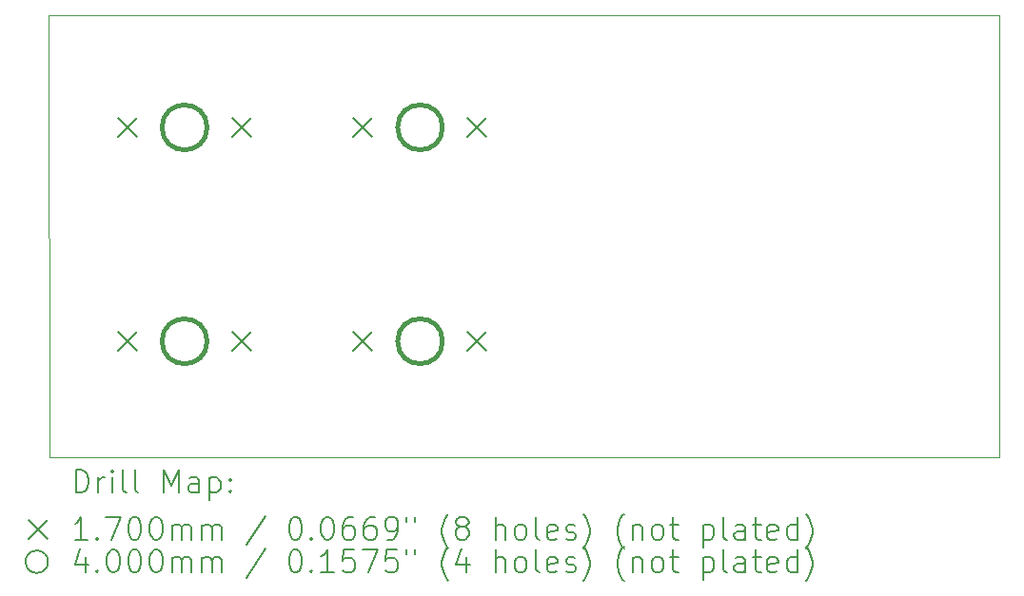
<source format=gbr>
%TF.GenerationSoftware,KiCad,Pcbnew,7.0.1*%
%TF.CreationDate,2023-04-28T17:45:18+02:00*%
%TF.ProjectId,4_switch_pcb,345f7377-6974-4636-985f-7063622e6b69,rev?*%
%TF.SameCoordinates,Original*%
%TF.FileFunction,Drillmap*%
%TF.FilePolarity,Positive*%
%FSLAX45Y45*%
G04 Gerber Fmt 4.5, Leading zero omitted, Abs format (unit mm)*
G04 Created by KiCad (PCBNEW 7.0.1) date 2023-04-28 17:45:18*
%MOMM*%
%LPD*%
G01*
G04 APERTURE LIST*
%ADD10C,0.100000*%
%ADD11C,0.200000*%
%ADD12C,0.170000*%
%ADD13C,0.400000*%
G04 APERTURE END LIST*
D10*
X10500000Y-9601200D02*
X10500000Y-9601200D01*
X10500000Y-9601200D02*
X10490200Y-5664200D01*
X10490200Y-5664200D02*
X18948400Y-5664200D01*
X18950000Y-9601200D02*
X10500000Y-9601200D01*
X18948400Y-5664200D02*
X18950000Y-9601200D01*
D11*
D12*
X11106875Y-6582500D02*
X11276875Y-6752500D01*
X11276875Y-6582500D02*
X11106875Y-6752500D01*
X11106875Y-8487500D02*
X11276875Y-8657500D01*
X11276875Y-8487500D02*
X11106875Y-8657500D01*
X12122875Y-6582500D02*
X12292875Y-6752500D01*
X12292875Y-6582500D02*
X12122875Y-6752500D01*
X12122875Y-8487500D02*
X12292875Y-8657500D01*
X12292875Y-8487500D02*
X12122875Y-8657500D01*
X13202375Y-6582500D02*
X13372375Y-6752500D01*
X13372375Y-6582500D02*
X13202375Y-6752500D01*
X13202375Y-8487500D02*
X13372375Y-8657500D01*
X13372375Y-8487500D02*
X13202375Y-8657500D01*
X14218375Y-6582500D02*
X14388375Y-6752500D01*
X14388375Y-6582500D02*
X14218375Y-6752500D01*
X14218375Y-8487500D02*
X14388375Y-8657500D01*
X14388375Y-8487500D02*
X14218375Y-8657500D01*
D13*
X11899875Y-6667500D02*
G75*
G03*
X11899875Y-6667500I-200000J0D01*
G01*
X11899875Y-8572500D02*
G75*
G03*
X11899875Y-8572500I-200000J0D01*
G01*
X13995375Y-6667500D02*
G75*
G03*
X13995375Y-6667500I-200000J0D01*
G01*
X13995375Y-8572500D02*
G75*
G03*
X13995375Y-8572500I-200000J0D01*
G01*
D11*
X10732819Y-9918724D02*
X10732819Y-9718724D01*
X10732819Y-9718724D02*
X10780438Y-9718724D01*
X10780438Y-9718724D02*
X10809010Y-9728248D01*
X10809010Y-9728248D02*
X10828057Y-9747295D01*
X10828057Y-9747295D02*
X10837581Y-9766343D01*
X10837581Y-9766343D02*
X10847105Y-9804438D01*
X10847105Y-9804438D02*
X10847105Y-9833010D01*
X10847105Y-9833010D02*
X10837581Y-9871105D01*
X10837581Y-9871105D02*
X10828057Y-9890152D01*
X10828057Y-9890152D02*
X10809010Y-9909200D01*
X10809010Y-9909200D02*
X10780438Y-9918724D01*
X10780438Y-9918724D02*
X10732819Y-9918724D01*
X10932819Y-9918724D02*
X10932819Y-9785390D01*
X10932819Y-9823486D02*
X10942343Y-9804438D01*
X10942343Y-9804438D02*
X10951867Y-9794914D01*
X10951867Y-9794914D02*
X10970914Y-9785390D01*
X10970914Y-9785390D02*
X10989962Y-9785390D01*
X11056629Y-9918724D02*
X11056629Y-9785390D01*
X11056629Y-9718724D02*
X11047105Y-9728248D01*
X11047105Y-9728248D02*
X11056629Y-9737771D01*
X11056629Y-9737771D02*
X11066152Y-9728248D01*
X11066152Y-9728248D02*
X11056629Y-9718724D01*
X11056629Y-9718724D02*
X11056629Y-9737771D01*
X11180438Y-9918724D02*
X11161390Y-9909200D01*
X11161390Y-9909200D02*
X11151867Y-9890152D01*
X11151867Y-9890152D02*
X11151867Y-9718724D01*
X11285200Y-9918724D02*
X11266152Y-9909200D01*
X11266152Y-9909200D02*
X11256628Y-9890152D01*
X11256628Y-9890152D02*
X11256628Y-9718724D01*
X11513771Y-9918724D02*
X11513771Y-9718724D01*
X11513771Y-9718724D02*
X11580438Y-9861581D01*
X11580438Y-9861581D02*
X11647105Y-9718724D01*
X11647105Y-9718724D02*
X11647105Y-9918724D01*
X11828057Y-9918724D02*
X11828057Y-9813962D01*
X11828057Y-9813962D02*
X11818533Y-9794914D01*
X11818533Y-9794914D02*
X11799486Y-9785390D01*
X11799486Y-9785390D02*
X11761390Y-9785390D01*
X11761390Y-9785390D02*
X11742343Y-9794914D01*
X11828057Y-9909200D02*
X11809009Y-9918724D01*
X11809009Y-9918724D02*
X11761390Y-9918724D01*
X11761390Y-9918724D02*
X11742343Y-9909200D01*
X11742343Y-9909200D02*
X11732819Y-9890152D01*
X11732819Y-9890152D02*
X11732819Y-9871105D01*
X11732819Y-9871105D02*
X11742343Y-9852057D01*
X11742343Y-9852057D02*
X11761390Y-9842533D01*
X11761390Y-9842533D02*
X11809009Y-9842533D01*
X11809009Y-9842533D02*
X11828057Y-9833010D01*
X11923295Y-9785390D02*
X11923295Y-9985390D01*
X11923295Y-9794914D02*
X11942343Y-9785390D01*
X11942343Y-9785390D02*
X11980438Y-9785390D01*
X11980438Y-9785390D02*
X11999486Y-9794914D01*
X11999486Y-9794914D02*
X12009009Y-9804438D01*
X12009009Y-9804438D02*
X12018533Y-9823486D01*
X12018533Y-9823486D02*
X12018533Y-9880629D01*
X12018533Y-9880629D02*
X12009009Y-9899676D01*
X12009009Y-9899676D02*
X11999486Y-9909200D01*
X11999486Y-9909200D02*
X11980438Y-9918724D01*
X11980438Y-9918724D02*
X11942343Y-9918724D01*
X11942343Y-9918724D02*
X11923295Y-9909200D01*
X12104248Y-9899676D02*
X12113771Y-9909200D01*
X12113771Y-9909200D02*
X12104248Y-9918724D01*
X12104248Y-9918724D02*
X12094724Y-9909200D01*
X12094724Y-9909200D02*
X12104248Y-9899676D01*
X12104248Y-9899676D02*
X12104248Y-9918724D01*
X12104248Y-9794914D02*
X12113771Y-9804438D01*
X12113771Y-9804438D02*
X12104248Y-9813962D01*
X12104248Y-9813962D02*
X12094724Y-9804438D01*
X12094724Y-9804438D02*
X12104248Y-9794914D01*
X12104248Y-9794914D02*
X12104248Y-9813962D01*
D12*
X10315200Y-10161200D02*
X10485200Y-10331200D01*
X10485200Y-10161200D02*
X10315200Y-10331200D01*
D11*
X10837581Y-10338724D02*
X10723295Y-10338724D01*
X10780438Y-10338724D02*
X10780438Y-10138724D01*
X10780438Y-10138724D02*
X10761390Y-10167295D01*
X10761390Y-10167295D02*
X10742343Y-10186343D01*
X10742343Y-10186343D02*
X10723295Y-10195867D01*
X10923295Y-10319676D02*
X10932819Y-10329200D01*
X10932819Y-10329200D02*
X10923295Y-10338724D01*
X10923295Y-10338724D02*
X10913771Y-10329200D01*
X10913771Y-10329200D02*
X10923295Y-10319676D01*
X10923295Y-10319676D02*
X10923295Y-10338724D01*
X10999486Y-10138724D02*
X11132819Y-10138724D01*
X11132819Y-10138724D02*
X11047105Y-10338724D01*
X11247105Y-10138724D02*
X11266152Y-10138724D01*
X11266152Y-10138724D02*
X11285200Y-10148248D01*
X11285200Y-10148248D02*
X11294724Y-10157771D01*
X11294724Y-10157771D02*
X11304248Y-10176819D01*
X11304248Y-10176819D02*
X11313771Y-10214914D01*
X11313771Y-10214914D02*
X11313771Y-10262533D01*
X11313771Y-10262533D02*
X11304248Y-10300629D01*
X11304248Y-10300629D02*
X11294724Y-10319676D01*
X11294724Y-10319676D02*
X11285200Y-10329200D01*
X11285200Y-10329200D02*
X11266152Y-10338724D01*
X11266152Y-10338724D02*
X11247105Y-10338724D01*
X11247105Y-10338724D02*
X11228057Y-10329200D01*
X11228057Y-10329200D02*
X11218533Y-10319676D01*
X11218533Y-10319676D02*
X11209009Y-10300629D01*
X11209009Y-10300629D02*
X11199486Y-10262533D01*
X11199486Y-10262533D02*
X11199486Y-10214914D01*
X11199486Y-10214914D02*
X11209009Y-10176819D01*
X11209009Y-10176819D02*
X11218533Y-10157771D01*
X11218533Y-10157771D02*
X11228057Y-10148248D01*
X11228057Y-10148248D02*
X11247105Y-10138724D01*
X11437581Y-10138724D02*
X11456629Y-10138724D01*
X11456629Y-10138724D02*
X11475676Y-10148248D01*
X11475676Y-10148248D02*
X11485200Y-10157771D01*
X11485200Y-10157771D02*
X11494724Y-10176819D01*
X11494724Y-10176819D02*
X11504248Y-10214914D01*
X11504248Y-10214914D02*
X11504248Y-10262533D01*
X11504248Y-10262533D02*
X11494724Y-10300629D01*
X11494724Y-10300629D02*
X11485200Y-10319676D01*
X11485200Y-10319676D02*
X11475676Y-10329200D01*
X11475676Y-10329200D02*
X11456629Y-10338724D01*
X11456629Y-10338724D02*
X11437581Y-10338724D01*
X11437581Y-10338724D02*
X11418533Y-10329200D01*
X11418533Y-10329200D02*
X11409009Y-10319676D01*
X11409009Y-10319676D02*
X11399486Y-10300629D01*
X11399486Y-10300629D02*
X11389962Y-10262533D01*
X11389962Y-10262533D02*
X11389962Y-10214914D01*
X11389962Y-10214914D02*
X11399486Y-10176819D01*
X11399486Y-10176819D02*
X11409009Y-10157771D01*
X11409009Y-10157771D02*
X11418533Y-10148248D01*
X11418533Y-10148248D02*
X11437581Y-10138724D01*
X11589962Y-10338724D02*
X11589962Y-10205390D01*
X11589962Y-10224438D02*
X11599486Y-10214914D01*
X11599486Y-10214914D02*
X11618533Y-10205390D01*
X11618533Y-10205390D02*
X11647105Y-10205390D01*
X11647105Y-10205390D02*
X11666152Y-10214914D01*
X11666152Y-10214914D02*
X11675676Y-10233962D01*
X11675676Y-10233962D02*
X11675676Y-10338724D01*
X11675676Y-10233962D02*
X11685200Y-10214914D01*
X11685200Y-10214914D02*
X11704248Y-10205390D01*
X11704248Y-10205390D02*
X11732819Y-10205390D01*
X11732819Y-10205390D02*
X11751867Y-10214914D01*
X11751867Y-10214914D02*
X11761390Y-10233962D01*
X11761390Y-10233962D02*
X11761390Y-10338724D01*
X11856629Y-10338724D02*
X11856629Y-10205390D01*
X11856629Y-10224438D02*
X11866152Y-10214914D01*
X11866152Y-10214914D02*
X11885200Y-10205390D01*
X11885200Y-10205390D02*
X11913771Y-10205390D01*
X11913771Y-10205390D02*
X11932819Y-10214914D01*
X11932819Y-10214914D02*
X11942343Y-10233962D01*
X11942343Y-10233962D02*
X11942343Y-10338724D01*
X11942343Y-10233962D02*
X11951867Y-10214914D01*
X11951867Y-10214914D02*
X11970914Y-10205390D01*
X11970914Y-10205390D02*
X11999486Y-10205390D01*
X11999486Y-10205390D02*
X12018533Y-10214914D01*
X12018533Y-10214914D02*
X12028057Y-10233962D01*
X12028057Y-10233962D02*
X12028057Y-10338724D01*
X12418533Y-10129200D02*
X12247105Y-10386343D01*
X12675676Y-10138724D02*
X12694724Y-10138724D01*
X12694724Y-10138724D02*
X12713772Y-10148248D01*
X12713772Y-10148248D02*
X12723295Y-10157771D01*
X12723295Y-10157771D02*
X12732819Y-10176819D01*
X12732819Y-10176819D02*
X12742343Y-10214914D01*
X12742343Y-10214914D02*
X12742343Y-10262533D01*
X12742343Y-10262533D02*
X12732819Y-10300629D01*
X12732819Y-10300629D02*
X12723295Y-10319676D01*
X12723295Y-10319676D02*
X12713772Y-10329200D01*
X12713772Y-10329200D02*
X12694724Y-10338724D01*
X12694724Y-10338724D02*
X12675676Y-10338724D01*
X12675676Y-10338724D02*
X12656629Y-10329200D01*
X12656629Y-10329200D02*
X12647105Y-10319676D01*
X12647105Y-10319676D02*
X12637581Y-10300629D01*
X12637581Y-10300629D02*
X12628057Y-10262533D01*
X12628057Y-10262533D02*
X12628057Y-10214914D01*
X12628057Y-10214914D02*
X12637581Y-10176819D01*
X12637581Y-10176819D02*
X12647105Y-10157771D01*
X12647105Y-10157771D02*
X12656629Y-10148248D01*
X12656629Y-10148248D02*
X12675676Y-10138724D01*
X12828057Y-10319676D02*
X12837581Y-10329200D01*
X12837581Y-10329200D02*
X12828057Y-10338724D01*
X12828057Y-10338724D02*
X12818533Y-10329200D01*
X12818533Y-10329200D02*
X12828057Y-10319676D01*
X12828057Y-10319676D02*
X12828057Y-10338724D01*
X12961391Y-10138724D02*
X12980438Y-10138724D01*
X12980438Y-10138724D02*
X12999486Y-10148248D01*
X12999486Y-10148248D02*
X13009010Y-10157771D01*
X13009010Y-10157771D02*
X13018533Y-10176819D01*
X13018533Y-10176819D02*
X13028057Y-10214914D01*
X13028057Y-10214914D02*
X13028057Y-10262533D01*
X13028057Y-10262533D02*
X13018533Y-10300629D01*
X13018533Y-10300629D02*
X13009010Y-10319676D01*
X13009010Y-10319676D02*
X12999486Y-10329200D01*
X12999486Y-10329200D02*
X12980438Y-10338724D01*
X12980438Y-10338724D02*
X12961391Y-10338724D01*
X12961391Y-10338724D02*
X12942343Y-10329200D01*
X12942343Y-10329200D02*
X12932819Y-10319676D01*
X12932819Y-10319676D02*
X12923295Y-10300629D01*
X12923295Y-10300629D02*
X12913772Y-10262533D01*
X12913772Y-10262533D02*
X12913772Y-10214914D01*
X12913772Y-10214914D02*
X12923295Y-10176819D01*
X12923295Y-10176819D02*
X12932819Y-10157771D01*
X12932819Y-10157771D02*
X12942343Y-10148248D01*
X12942343Y-10148248D02*
X12961391Y-10138724D01*
X13199486Y-10138724D02*
X13161391Y-10138724D01*
X13161391Y-10138724D02*
X13142343Y-10148248D01*
X13142343Y-10148248D02*
X13132819Y-10157771D01*
X13132819Y-10157771D02*
X13113772Y-10186343D01*
X13113772Y-10186343D02*
X13104248Y-10224438D01*
X13104248Y-10224438D02*
X13104248Y-10300629D01*
X13104248Y-10300629D02*
X13113772Y-10319676D01*
X13113772Y-10319676D02*
X13123295Y-10329200D01*
X13123295Y-10329200D02*
X13142343Y-10338724D01*
X13142343Y-10338724D02*
X13180438Y-10338724D01*
X13180438Y-10338724D02*
X13199486Y-10329200D01*
X13199486Y-10329200D02*
X13209010Y-10319676D01*
X13209010Y-10319676D02*
X13218533Y-10300629D01*
X13218533Y-10300629D02*
X13218533Y-10253010D01*
X13218533Y-10253010D02*
X13209010Y-10233962D01*
X13209010Y-10233962D02*
X13199486Y-10224438D01*
X13199486Y-10224438D02*
X13180438Y-10214914D01*
X13180438Y-10214914D02*
X13142343Y-10214914D01*
X13142343Y-10214914D02*
X13123295Y-10224438D01*
X13123295Y-10224438D02*
X13113772Y-10233962D01*
X13113772Y-10233962D02*
X13104248Y-10253010D01*
X13389962Y-10138724D02*
X13351867Y-10138724D01*
X13351867Y-10138724D02*
X13332819Y-10148248D01*
X13332819Y-10148248D02*
X13323295Y-10157771D01*
X13323295Y-10157771D02*
X13304248Y-10186343D01*
X13304248Y-10186343D02*
X13294724Y-10224438D01*
X13294724Y-10224438D02*
X13294724Y-10300629D01*
X13294724Y-10300629D02*
X13304248Y-10319676D01*
X13304248Y-10319676D02*
X13313772Y-10329200D01*
X13313772Y-10329200D02*
X13332819Y-10338724D01*
X13332819Y-10338724D02*
X13370914Y-10338724D01*
X13370914Y-10338724D02*
X13389962Y-10329200D01*
X13389962Y-10329200D02*
X13399486Y-10319676D01*
X13399486Y-10319676D02*
X13409010Y-10300629D01*
X13409010Y-10300629D02*
X13409010Y-10253010D01*
X13409010Y-10253010D02*
X13399486Y-10233962D01*
X13399486Y-10233962D02*
X13389962Y-10224438D01*
X13389962Y-10224438D02*
X13370914Y-10214914D01*
X13370914Y-10214914D02*
X13332819Y-10214914D01*
X13332819Y-10214914D02*
X13313772Y-10224438D01*
X13313772Y-10224438D02*
X13304248Y-10233962D01*
X13304248Y-10233962D02*
X13294724Y-10253010D01*
X13504248Y-10338724D02*
X13542343Y-10338724D01*
X13542343Y-10338724D02*
X13561391Y-10329200D01*
X13561391Y-10329200D02*
X13570914Y-10319676D01*
X13570914Y-10319676D02*
X13589962Y-10291105D01*
X13589962Y-10291105D02*
X13599486Y-10253010D01*
X13599486Y-10253010D02*
X13599486Y-10176819D01*
X13599486Y-10176819D02*
X13589962Y-10157771D01*
X13589962Y-10157771D02*
X13580438Y-10148248D01*
X13580438Y-10148248D02*
X13561391Y-10138724D01*
X13561391Y-10138724D02*
X13523295Y-10138724D01*
X13523295Y-10138724D02*
X13504248Y-10148248D01*
X13504248Y-10148248D02*
X13494724Y-10157771D01*
X13494724Y-10157771D02*
X13485200Y-10176819D01*
X13485200Y-10176819D02*
X13485200Y-10224438D01*
X13485200Y-10224438D02*
X13494724Y-10243486D01*
X13494724Y-10243486D02*
X13504248Y-10253010D01*
X13504248Y-10253010D02*
X13523295Y-10262533D01*
X13523295Y-10262533D02*
X13561391Y-10262533D01*
X13561391Y-10262533D02*
X13580438Y-10253010D01*
X13580438Y-10253010D02*
X13589962Y-10243486D01*
X13589962Y-10243486D02*
X13599486Y-10224438D01*
X13675676Y-10138724D02*
X13675676Y-10176819D01*
X13751867Y-10138724D02*
X13751867Y-10176819D01*
X14047105Y-10414914D02*
X14037581Y-10405390D01*
X14037581Y-10405390D02*
X14018534Y-10376819D01*
X14018534Y-10376819D02*
X14009010Y-10357771D01*
X14009010Y-10357771D02*
X13999486Y-10329200D01*
X13999486Y-10329200D02*
X13989962Y-10281581D01*
X13989962Y-10281581D02*
X13989962Y-10243486D01*
X13989962Y-10243486D02*
X13999486Y-10195867D01*
X13999486Y-10195867D02*
X14009010Y-10167295D01*
X14009010Y-10167295D02*
X14018534Y-10148248D01*
X14018534Y-10148248D02*
X14037581Y-10119676D01*
X14037581Y-10119676D02*
X14047105Y-10110152D01*
X14151867Y-10224438D02*
X14132819Y-10214914D01*
X14132819Y-10214914D02*
X14123295Y-10205390D01*
X14123295Y-10205390D02*
X14113772Y-10186343D01*
X14113772Y-10186343D02*
X14113772Y-10176819D01*
X14113772Y-10176819D02*
X14123295Y-10157771D01*
X14123295Y-10157771D02*
X14132819Y-10148248D01*
X14132819Y-10148248D02*
X14151867Y-10138724D01*
X14151867Y-10138724D02*
X14189962Y-10138724D01*
X14189962Y-10138724D02*
X14209010Y-10148248D01*
X14209010Y-10148248D02*
X14218534Y-10157771D01*
X14218534Y-10157771D02*
X14228057Y-10176819D01*
X14228057Y-10176819D02*
X14228057Y-10186343D01*
X14228057Y-10186343D02*
X14218534Y-10205390D01*
X14218534Y-10205390D02*
X14209010Y-10214914D01*
X14209010Y-10214914D02*
X14189962Y-10224438D01*
X14189962Y-10224438D02*
X14151867Y-10224438D01*
X14151867Y-10224438D02*
X14132819Y-10233962D01*
X14132819Y-10233962D02*
X14123295Y-10243486D01*
X14123295Y-10243486D02*
X14113772Y-10262533D01*
X14113772Y-10262533D02*
X14113772Y-10300629D01*
X14113772Y-10300629D02*
X14123295Y-10319676D01*
X14123295Y-10319676D02*
X14132819Y-10329200D01*
X14132819Y-10329200D02*
X14151867Y-10338724D01*
X14151867Y-10338724D02*
X14189962Y-10338724D01*
X14189962Y-10338724D02*
X14209010Y-10329200D01*
X14209010Y-10329200D02*
X14218534Y-10319676D01*
X14218534Y-10319676D02*
X14228057Y-10300629D01*
X14228057Y-10300629D02*
X14228057Y-10262533D01*
X14228057Y-10262533D02*
X14218534Y-10243486D01*
X14218534Y-10243486D02*
X14209010Y-10233962D01*
X14209010Y-10233962D02*
X14189962Y-10224438D01*
X14466153Y-10338724D02*
X14466153Y-10138724D01*
X14551867Y-10338724D02*
X14551867Y-10233962D01*
X14551867Y-10233962D02*
X14542343Y-10214914D01*
X14542343Y-10214914D02*
X14523296Y-10205390D01*
X14523296Y-10205390D02*
X14494724Y-10205390D01*
X14494724Y-10205390D02*
X14475676Y-10214914D01*
X14475676Y-10214914D02*
X14466153Y-10224438D01*
X14675676Y-10338724D02*
X14656629Y-10329200D01*
X14656629Y-10329200D02*
X14647105Y-10319676D01*
X14647105Y-10319676D02*
X14637581Y-10300629D01*
X14637581Y-10300629D02*
X14637581Y-10243486D01*
X14637581Y-10243486D02*
X14647105Y-10224438D01*
X14647105Y-10224438D02*
X14656629Y-10214914D01*
X14656629Y-10214914D02*
X14675676Y-10205390D01*
X14675676Y-10205390D02*
X14704248Y-10205390D01*
X14704248Y-10205390D02*
X14723296Y-10214914D01*
X14723296Y-10214914D02*
X14732819Y-10224438D01*
X14732819Y-10224438D02*
X14742343Y-10243486D01*
X14742343Y-10243486D02*
X14742343Y-10300629D01*
X14742343Y-10300629D02*
X14732819Y-10319676D01*
X14732819Y-10319676D02*
X14723296Y-10329200D01*
X14723296Y-10329200D02*
X14704248Y-10338724D01*
X14704248Y-10338724D02*
X14675676Y-10338724D01*
X14856629Y-10338724D02*
X14837581Y-10329200D01*
X14837581Y-10329200D02*
X14828057Y-10310152D01*
X14828057Y-10310152D02*
X14828057Y-10138724D01*
X15009010Y-10329200D02*
X14989962Y-10338724D01*
X14989962Y-10338724D02*
X14951867Y-10338724D01*
X14951867Y-10338724D02*
X14932819Y-10329200D01*
X14932819Y-10329200D02*
X14923296Y-10310152D01*
X14923296Y-10310152D02*
X14923296Y-10233962D01*
X14923296Y-10233962D02*
X14932819Y-10214914D01*
X14932819Y-10214914D02*
X14951867Y-10205390D01*
X14951867Y-10205390D02*
X14989962Y-10205390D01*
X14989962Y-10205390D02*
X15009010Y-10214914D01*
X15009010Y-10214914D02*
X15018534Y-10233962D01*
X15018534Y-10233962D02*
X15018534Y-10253010D01*
X15018534Y-10253010D02*
X14923296Y-10272057D01*
X15094724Y-10329200D02*
X15113772Y-10338724D01*
X15113772Y-10338724D02*
X15151867Y-10338724D01*
X15151867Y-10338724D02*
X15170915Y-10329200D01*
X15170915Y-10329200D02*
X15180438Y-10310152D01*
X15180438Y-10310152D02*
X15180438Y-10300629D01*
X15180438Y-10300629D02*
X15170915Y-10281581D01*
X15170915Y-10281581D02*
X15151867Y-10272057D01*
X15151867Y-10272057D02*
X15123296Y-10272057D01*
X15123296Y-10272057D02*
X15104248Y-10262533D01*
X15104248Y-10262533D02*
X15094724Y-10243486D01*
X15094724Y-10243486D02*
X15094724Y-10233962D01*
X15094724Y-10233962D02*
X15104248Y-10214914D01*
X15104248Y-10214914D02*
X15123296Y-10205390D01*
X15123296Y-10205390D02*
X15151867Y-10205390D01*
X15151867Y-10205390D02*
X15170915Y-10214914D01*
X15247105Y-10414914D02*
X15256629Y-10405390D01*
X15256629Y-10405390D02*
X15275677Y-10376819D01*
X15275677Y-10376819D02*
X15285200Y-10357771D01*
X15285200Y-10357771D02*
X15294724Y-10329200D01*
X15294724Y-10329200D02*
X15304248Y-10281581D01*
X15304248Y-10281581D02*
X15304248Y-10243486D01*
X15304248Y-10243486D02*
X15294724Y-10195867D01*
X15294724Y-10195867D02*
X15285200Y-10167295D01*
X15285200Y-10167295D02*
X15275677Y-10148248D01*
X15275677Y-10148248D02*
X15256629Y-10119676D01*
X15256629Y-10119676D02*
X15247105Y-10110152D01*
X15609010Y-10414914D02*
X15599486Y-10405390D01*
X15599486Y-10405390D02*
X15580438Y-10376819D01*
X15580438Y-10376819D02*
X15570915Y-10357771D01*
X15570915Y-10357771D02*
X15561391Y-10329200D01*
X15561391Y-10329200D02*
X15551867Y-10281581D01*
X15551867Y-10281581D02*
X15551867Y-10243486D01*
X15551867Y-10243486D02*
X15561391Y-10195867D01*
X15561391Y-10195867D02*
X15570915Y-10167295D01*
X15570915Y-10167295D02*
X15580438Y-10148248D01*
X15580438Y-10148248D02*
X15599486Y-10119676D01*
X15599486Y-10119676D02*
X15609010Y-10110152D01*
X15685200Y-10205390D02*
X15685200Y-10338724D01*
X15685200Y-10224438D02*
X15694724Y-10214914D01*
X15694724Y-10214914D02*
X15713772Y-10205390D01*
X15713772Y-10205390D02*
X15742343Y-10205390D01*
X15742343Y-10205390D02*
X15761391Y-10214914D01*
X15761391Y-10214914D02*
X15770915Y-10233962D01*
X15770915Y-10233962D02*
X15770915Y-10338724D01*
X15894724Y-10338724D02*
X15875677Y-10329200D01*
X15875677Y-10329200D02*
X15866153Y-10319676D01*
X15866153Y-10319676D02*
X15856629Y-10300629D01*
X15856629Y-10300629D02*
X15856629Y-10243486D01*
X15856629Y-10243486D02*
X15866153Y-10224438D01*
X15866153Y-10224438D02*
X15875677Y-10214914D01*
X15875677Y-10214914D02*
X15894724Y-10205390D01*
X15894724Y-10205390D02*
X15923296Y-10205390D01*
X15923296Y-10205390D02*
X15942343Y-10214914D01*
X15942343Y-10214914D02*
X15951867Y-10224438D01*
X15951867Y-10224438D02*
X15961391Y-10243486D01*
X15961391Y-10243486D02*
X15961391Y-10300629D01*
X15961391Y-10300629D02*
X15951867Y-10319676D01*
X15951867Y-10319676D02*
X15942343Y-10329200D01*
X15942343Y-10329200D02*
X15923296Y-10338724D01*
X15923296Y-10338724D02*
X15894724Y-10338724D01*
X16018534Y-10205390D02*
X16094724Y-10205390D01*
X16047105Y-10138724D02*
X16047105Y-10310152D01*
X16047105Y-10310152D02*
X16056629Y-10329200D01*
X16056629Y-10329200D02*
X16075677Y-10338724D01*
X16075677Y-10338724D02*
X16094724Y-10338724D01*
X16313772Y-10205390D02*
X16313772Y-10405390D01*
X16313772Y-10214914D02*
X16332819Y-10205390D01*
X16332819Y-10205390D02*
X16370915Y-10205390D01*
X16370915Y-10205390D02*
X16389962Y-10214914D01*
X16389962Y-10214914D02*
X16399486Y-10224438D01*
X16399486Y-10224438D02*
X16409010Y-10243486D01*
X16409010Y-10243486D02*
X16409010Y-10300629D01*
X16409010Y-10300629D02*
X16399486Y-10319676D01*
X16399486Y-10319676D02*
X16389962Y-10329200D01*
X16389962Y-10329200D02*
X16370915Y-10338724D01*
X16370915Y-10338724D02*
X16332819Y-10338724D01*
X16332819Y-10338724D02*
X16313772Y-10329200D01*
X16523296Y-10338724D02*
X16504248Y-10329200D01*
X16504248Y-10329200D02*
X16494724Y-10310152D01*
X16494724Y-10310152D02*
X16494724Y-10138724D01*
X16685200Y-10338724D02*
X16685200Y-10233962D01*
X16685200Y-10233962D02*
X16675677Y-10214914D01*
X16675677Y-10214914D02*
X16656629Y-10205390D01*
X16656629Y-10205390D02*
X16618534Y-10205390D01*
X16618534Y-10205390D02*
X16599486Y-10214914D01*
X16685200Y-10329200D02*
X16666153Y-10338724D01*
X16666153Y-10338724D02*
X16618534Y-10338724D01*
X16618534Y-10338724D02*
X16599486Y-10329200D01*
X16599486Y-10329200D02*
X16589962Y-10310152D01*
X16589962Y-10310152D02*
X16589962Y-10291105D01*
X16589962Y-10291105D02*
X16599486Y-10272057D01*
X16599486Y-10272057D02*
X16618534Y-10262533D01*
X16618534Y-10262533D02*
X16666153Y-10262533D01*
X16666153Y-10262533D02*
X16685200Y-10253010D01*
X16751867Y-10205390D02*
X16828058Y-10205390D01*
X16780439Y-10138724D02*
X16780439Y-10310152D01*
X16780439Y-10310152D02*
X16789962Y-10329200D01*
X16789962Y-10329200D02*
X16809010Y-10338724D01*
X16809010Y-10338724D02*
X16828058Y-10338724D01*
X16970915Y-10329200D02*
X16951867Y-10338724D01*
X16951867Y-10338724D02*
X16913772Y-10338724D01*
X16913772Y-10338724D02*
X16894724Y-10329200D01*
X16894724Y-10329200D02*
X16885201Y-10310152D01*
X16885201Y-10310152D02*
X16885201Y-10233962D01*
X16885201Y-10233962D02*
X16894724Y-10214914D01*
X16894724Y-10214914D02*
X16913772Y-10205390D01*
X16913772Y-10205390D02*
X16951867Y-10205390D01*
X16951867Y-10205390D02*
X16970915Y-10214914D01*
X16970915Y-10214914D02*
X16980439Y-10233962D01*
X16980439Y-10233962D02*
X16980439Y-10253010D01*
X16980439Y-10253010D02*
X16885201Y-10272057D01*
X17151867Y-10338724D02*
X17151867Y-10138724D01*
X17151867Y-10329200D02*
X17132820Y-10338724D01*
X17132820Y-10338724D02*
X17094724Y-10338724D01*
X17094724Y-10338724D02*
X17075677Y-10329200D01*
X17075677Y-10329200D02*
X17066153Y-10319676D01*
X17066153Y-10319676D02*
X17056629Y-10300629D01*
X17056629Y-10300629D02*
X17056629Y-10243486D01*
X17056629Y-10243486D02*
X17066153Y-10224438D01*
X17066153Y-10224438D02*
X17075677Y-10214914D01*
X17075677Y-10214914D02*
X17094724Y-10205390D01*
X17094724Y-10205390D02*
X17132820Y-10205390D01*
X17132820Y-10205390D02*
X17151867Y-10214914D01*
X17228058Y-10414914D02*
X17237582Y-10405390D01*
X17237582Y-10405390D02*
X17256629Y-10376819D01*
X17256629Y-10376819D02*
X17266153Y-10357771D01*
X17266153Y-10357771D02*
X17275677Y-10329200D01*
X17275677Y-10329200D02*
X17285201Y-10281581D01*
X17285201Y-10281581D02*
X17285201Y-10243486D01*
X17285201Y-10243486D02*
X17275677Y-10195867D01*
X17275677Y-10195867D02*
X17266153Y-10167295D01*
X17266153Y-10167295D02*
X17256629Y-10148248D01*
X17256629Y-10148248D02*
X17237582Y-10119676D01*
X17237582Y-10119676D02*
X17228058Y-10110152D01*
X10485200Y-10536200D02*
G75*
G03*
X10485200Y-10536200I-100000J0D01*
G01*
X10818533Y-10495390D02*
X10818533Y-10628724D01*
X10770914Y-10419200D02*
X10723295Y-10562057D01*
X10723295Y-10562057D02*
X10847105Y-10562057D01*
X10923295Y-10609676D02*
X10932819Y-10619200D01*
X10932819Y-10619200D02*
X10923295Y-10628724D01*
X10923295Y-10628724D02*
X10913771Y-10619200D01*
X10913771Y-10619200D02*
X10923295Y-10609676D01*
X10923295Y-10609676D02*
X10923295Y-10628724D01*
X11056629Y-10428724D02*
X11075676Y-10428724D01*
X11075676Y-10428724D02*
X11094724Y-10438248D01*
X11094724Y-10438248D02*
X11104248Y-10447771D01*
X11104248Y-10447771D02*
X11113771Y-10466819D01*
X11113771Y-10466819D02*
X11123295Y-10504914D01*
X11123295Y-10504914D02*
X11123295Y-10552533D01*
X11123295Y-10552533D02*
X11113771Y-10590629D01*
X11113771Y-10590629D02*
X11104248Y-10609676D01*
X11104248Y-10609676D02*
X11094724Y-10619200D01*
X11094724Y-10619200D02*
X11075676Y-10628724D01*
X11075676Y-10628724D02*
X11056629Y-10628724D01*
X11056629Y-10628724D02*
X11037581Y-10619200D01*
X11037581Y-10619200D02*
X11028057Y-10609676D01*
X11028057Y-10609676D02*
X11018533Y-10590629D01*
X11018533Y-10590629D02*
X11009010Y-10552533D01*
X11009010Y-10552533D02*
X11009010Y-10504914D01*
X11009010Y-10504914D02*
X11018533Y-10466819D01*
X11018533Y-10466819D02*
X11028057Y-10447771D01*
X11028057Y-10447771D02*
X11037581Y-10438248D01*
X11037581Y-10438248D02*
X11056629Y-10428724D01*
X11247105Y-10428724D02*
X11266152Y-10428724D01*
X11266152Y-10428724D02*
X11285200Y-10438248D01*
X11285200Y-10438248D02*
X11294724Y-10447771D01*
X11294724Y-10447771D02*
X11304248Y-10466819D01*
X11304248Y-10466819D02*
X11313771Y-10504914D01*
X11313771Y-10504914D02*
X11313771Y-10552533D01*
X11313771Y-10552533D02*
X11304248Y-10590629D01*
X11304248Y-10590629D02*
X11294724Y-10609676D01*
X11294724Y-10609676D02*
X11285200Y-10619200D01*
X11285200Y-10619200D02*
X11266152Y-10628724D01*
X11266152Y-10628724D02*
X11247105Y-10628724D01*
X11247105Y-10628724D02*
X11228057Y-10619200D01*
X11228057Y-10619200D02*
X11218533Y-10609676D01*
X11218533Y-10609676D02*
X11209009Y-10590629D01*
X11209009Y-10590629D02*
X11199486Y-10552533D01*
X11199486Y-10552533D02*
X11199486Y-10504914D01*
X11199486Y-10504914D02*
X11209009Y-10466819D01*
X11209009Y-10466819D02*
X11218533Y-10447771D01*
X11218533Y-10447771D02*
X11228057Y-10438248D01*
X11228057Y-10438248D02*
X11247105Y-10428724D01*
X11437581Y-10428724D02*
X11456629Y-10428724D01*
X11456629Y-10428724D02*
X11475676Y-10438248D01*
X11475676Y-10438248D02*
X11485200Y-10447771D01*
X11485200Y-10447771D02*
X11494724Y-10466819D01*
X11494724Y-10466819D02*
X11504248Y-10504914D01*
X11504248Y-10504914D02*
X11504248Y-10552533D01*
X11504248Y-10552533D02*
X11494724Y-10590629D01*
X11494724Y-10590629D02*
X11485200Y-10609676D01*
X11485200Y-10609676D02*
X11475676Y-10619200D01*
X11475676Y-10619200D02*
X11456629Y-10628724D01*
X11456629Y-10628724D02*
X11437581Y-10628724D01*
X11437581Y-10628724D02*
X11418533Y-10619200D01*
X11418533Y-10619200D02*
X11409009Y-10609676D01*
X11409009Y-10609676D02*
X11399486Y-10590629D01*
X11399486Y-10590629D02*
X11389962Y-10552533D01*
X11389962Y-10552533D02*
X11389962Y-10504914D01*
X11389962Y-10504914D02*
X11399486Y-10466819D01*
X11399486Y-10466819D02*
X11409009Y-10447771D01*
X11409009Y-10447771D02*
X11418533Y-10438248D01*
X11418533Y-10438248D02*
X11437581Y-10428724D01*
X11589962Y-10628724D02*
X11589962Y-10495390D01*
X11589962Y-10514438D02*
X11599486Y-10504914D01*
X11599486Y-10504914D02*
X11618533Y-10495390D01*
X11618533Y-10495390D02*
X11647105Y-10495390D01*
X11647105Y-10495390D02*
X11666152Y-10504914D01*
X11666152Y-10504914D02*
X11675676Y-10523962D01*
X11675676Y-10523962D02*
X11675676Y-10628724D01*
X11675676Y-10523962D02*
X11685200Y-10504914D01*
X11685200Y-10504914D02*
X11704248Y-10495390D01*
X11704248Y-10495390D02*
X11732819Y-10495390D01*
X11732819Y-10495390D02*
X11751867Y-10504914D01*
X11751867Y-10504914D02*
X11761390Y-10523962D01*
X11761390Y-10523962D02*
X11761390Y-10628724D01*
X11856629Y-10628724D02*
X11856629Y-10495390D01*
X11856629Y-10514438D02*
X11866152Y-10504914D01*
X11866152Y-10504914D02*
X11885200Y-10495390D01*
X11885200Y-10495390D02*
X11913771Y-10495390D01*
X11913771Y-10495390D02*
X11932819Y-10504914D01*
X11932819Y-10504914D02*
X11942343Y-10523962D01*
X11942343Y-10523962D02*
X11942343Y-10628724D01*
X11942343Y-10523962D02*
X11951867Y-10504914D01*
X11951867Y-10504914D02*
X11970914Y-10495390D01*
X11970914Y-10495390D02*
X11999486Y-10495390D01*
X11999486Y-10495390D02*
X12018533Y-10504914D01*
X12018533Y-10504914D02*
X12028057Y-10523962D01*
X12028057Y-10523962D02*
X12028057Y-10628724D01*
X12418533Y-10419200D02*
X12247105Y-10676343D01*
X12675676Y-10428724D02*
X12694724Y-10428724D01*
X12694724Y-10428724D02*
X12713772Y-10438248D01*
X12713772Y-10438248D02*
X12723295Y-10447771D01*
X12723295Y-10447771D02*
X12732819Y-10466819D01*
X12732819Y-10466819D02*
X12742343Y-10504914D01*
X12742343Y-10504914D02*
X12742343Y-10552533D01*
X12742343Y-10552533D02*
X12732819Y-10590629D01*
X12732819Y-10590629D02*
X12723295Y-10609676D01*
X12723295Y-10609676D02*
X12713772Y-10619200D01*
X12713772Y-10619200D02*
X12694724Y-10628724D01*
X12694724Y-10628724D02*
X12675676Y-10628724D01*
X12675676Y-10628724D02*
X12656629Y-10619200D01*
X12656629Y-10619200D02*
X12647105Y-10609676D01*
X12647105Y-10609676D02*
X12637581Y-10590629D01*
X12637581Y-10590629D02*
X12628057Y-10552533D01*
X12628057Y-10552533D02*
X12628057Y-10504914D01*
X12628057Y-10504914D02*
X12637581Y-10466819D01*
X12637581Y-10466819D02*
X12647105Y-10447771D01*
X12647105Y-10447771D02*
X12656629Y-10438248D01*
X12656629Y-10438248D02*
X12675676Y-10428724D01*
X12828057Y-10609676D02*
X12837581Y-10619200D01*
X12837581Y-10619200D02*
X12828057Y-10628724D01*
X12828057Y-10628724D02*
X12818533Y-10619200D01*
X12818533Y-10619200D02*
X12828057Y-10609676D01*
X12828057Y-10609676D02*
X12828057Y-10628724D01*
X13028057Y-10628724D02*
X12913772Y-10628724D01*
X12970914Y-10628724D02*
X12970914Y-10428724D01*
X12970914Y-10428724D02*
X12951867Y-10457295D01*
X12951867Y-10457295D02*
X12932819Y-10476343D01*
X12932819Y-10476343D02*
X12913772Y-10485867D01*
X13209010Y-10428724D02*
X13113772Y-10428724D01*
X13113772Y-10428724D02*
X13104248Y-10523962D01*
X13104248Y-10523962D02*
X13113772Y-10514438D01*
X13113772Y-10514438D02*
X13132819Y-10504914D01*
X13132819Y-10504914D02*
X13180438Y-10504914D01*
X13180438Y-10504914D02*
X13199486Y-10514438D01*
X13199486Y-10514438D02*
X13209010Y-10523962D01*
X13209010Y-10523962D02*
X13218533Y-10543010D01*
X13218533Y-10543010D02*
X13218533Y-10590629D01*
X13218533Y-10590629D02*
X13209010Y-10609676D01*
X13209010Y-10609676D02*
X13199486Y-10619200D01*
X13199486Y-10619200D02*
X13180438Y-10628724D01*
X13180438Y-10628724D02*
X13132819Y-10628724D01*
X13132819Y-10628724D02*
X13113772Y-10619200D01*
X13113772Y-10619200D02*
X13104248Y-10609676D01*
X13285200Y-10428724D02*
X13418533Y-10428724D01*
X13418533Y-10428724D02*
X13332819Y-10628724D01*
X13589962Y-10428724D02*
X13494724Y-10428724D01*
X13494724Y-10428724D02*
X13485200Y-10523962D01*
X13485200Y-10523962D02*
X13494724Y-10514438D01*
X13494724Y-10514438D02*
X13513772Y-10504914D01*
X13513772Y-10504914D02*
X13561391Y-10504914D01*
X13561391Y-10504914D02*
X13580438Y-10514438D01*
X13580438Y-10514438D02*
X13589962Y-10523962D01*
X13589962Y-10523962D02*
X13599486Y-10543010D01*
X13599486Y-10543010D02*
X13599486Y-10590629D01*
X13599486Y-10590629D02*
X13589962Y-10609676D01*
X13589962Y-10609676D02*
X13580438Y-10619200D01*
X13580438Y-10619200D02*
X13561391Y-10628724D01*
X13561391Y-10628724D02*
X13513772Y-10628724D01*
X13513772Y-10628724D02*
X13494724Y-10619200D01*
X13494724Y-10619200D02*
X13485200Y-10609676D01*
X13675676Y-10428724D02*
X13675676Y-10466819D01*
X13751867Y-10428724D02*
X13751867Y-10466819D01*
X14047105Y-10704914D02*
X14037581Y-10695390D01*
X14037581Y-10695390D02*
X14018534Y-10666819D01*
X14018534Y-10666819D02*
X14009010Y-10647771D01*
X14009010Y-10647771D02*
X13999486Y-10619200D01*
X13999486Y-10619200D02*
X13989962Y-10571581D01*
X13989962Y-10571581D02*
X13989962Y-10533486D01*
X13989962Y-10533486D02*
X13999486Y-10485867D01*
X13999486Y-10485867D02*
X14009010Y-10457295D01*
X14009010Y-10457295D02*
X14018534Y-10438248D01*
X14018534Y-10438248D02*
X14037581Y-10409676D01*
X14037581Y-10409676D02*
X14047105Y-10400152D01*
X14209010Y-10495390D02*
X14209010Y-10628724D01*
X14161391Y-10419200D02*
X14113772Y-10562057D01*
X14113772Y-10562057D02*
X14237581Y-10562057D01*
X14466153Y-10628724D02*
X14466153Y-10428724D01*
X14551867Y-10628724D02*
X14551867Y-10523962D01*
X14551867Y-10523962D02*
X14542343Y-10504914D01*
X14542343Y-10504914D02*
X14523296Y-10495390D01*
X14523296Y-10495390D02*
X14494724Y-10495390D01*
X14494724Y-10495390D02*
X14475676Y-10504914D01*
X14475676Y-10504914D02*
X14466153Y-10514438D01*
X14675676Y-10628724D02*
X14656629Y-10619200D01*
X14656629Y-10619200D02*
X14647105Y-10609676D01*
X14647105Y-10609676D02*
X14637581Y-10590629D01*
X14637581Y-10590629D02*
X14637581Y-10533486D01*
X14637581Y-10533486D02*
X14647105Y-10514438D01*
X14647105Y-10514438D02*
X14656629Y-10504914D01*
X14656629Y-10504914D02*
X14675676Y-10495390D01*
X14675676Y-10495390D02*
X14704248Y-10495390D01*
X14704248Y-10495390D02*
X14723296Y-10504914D01*
X14723296Y-10504914D02*
X14732819Y-10514438D01*
X14732819Y-10514438D02*
X14742343Y-10533486D01*
X14742343Y-10533486D02*
X14742343Y-10590629D01*
X14742343Y-10590629D02*
X14732819Y-10609676D01*
X14732819Y-10609676D02*
X14723296Y-10619200D01*
X14723296Y-10619200D02*
X14704248Y-10628724D01*
X14704248Y-10628724D02*
X14675676Y-10628724D01*
X14856629Y-10628724D02*
X14837581Y-10619200D01*
X14837581Y-10619200D02*
X14828057Y-10600152D01*
X14828057Y-10600152D02*
X14828057Y-10428724D01*
X15009010Y-10619200D02*
X14989962Y-10628724D01*
X14989962Y-10628724D02*
X14951867Y-10628724D01*
X14951867Y-10628724D02*
X14932819Y-10619200D01*
X14932819Y-10619200D02*
X14923296Y-10600152D01*
X14923296Y-10600152D02*
X14923296Y-10523962D01*
X14923296Y-10523962D02*
X14932819Y-10504914D01*
X14932819Y-10504914D02*
X14951867Y-10495390D01*
X14951867Y-10495390D02*
X14989962Y-10495390D01*
X14989962Y-10495390D02*
X15009010Y-10504914D01*
X15009010Y-10504914D02*
X15018534Y-10523962D01*
X15018534Y-10523962D02*
X15018534Y-10543010D01*
X15018534Y-10543010D02*
X14923296Y-10562057D01*
X15094724Y-10619200D02*
X15113772Y-10628724D01*
X15113772Y-10628724D02*
X15151867Y-10628724D01*
X15151867Y-10628724D02*
X15170915Y-10619200D01*
X15170915Y-10619200D02*
X15180438Y-10600152D01*
X15180438Y-10600152D02*
X15180438Y-10590629D01*
X15180438Y-10590629D02*
X15170915Y-10571581D01*
X15170915Y-10571581D02*
X15151867Y-10562057D01*
X15151867Y-10562057D02*
X15123296Y-10562057D01*
X15123296Y-10562057D02*
X15104248Y-10552533D01*
X15104248Y-10552533D02*
X15094724Y-10533486D01*
X15094724Y-10533486D02*
X15094724Y-10523962D01*
X15094724Y-10523962D02*
X15104248Y-10504914D01*
X15104248Y-10504914D02*
X15123296Y-10495390D01*
X15123296Y-10495390D02*
X15151867Y-10495390D01*
X15151867Y-10495390D02*
X15170915Y-10504914D01*
X15247105Y-10704914D02*
X15256629Y-10695390D01*
X15256629Y-10695390D02*
X15275677Y-10666819D01*
X15275677Y-10666819D02*
X15285200Y-10647771D01*
X15285200Y-10647771D02*
X15294724Y-10619200D01*
X15294724Y-10619200D02*
X15304248Y-10571581D01*
X15304248Y-10571581D02*
X15304248Y-10533486D01*
X15304248Y-10533486D02*
X15294724Y-10485867D01*
X15294724Y-10485867D02*
X15285200Y-10457295D01*
X15285200Y-10457295D02*
X15275677Y-10438248D01*
X15275677Y-10438248D02*
X15256629Y-10409676D01*
X15256629Y-10409676D02*
X15247105Y-10400152D01*
X15609010Y-10704914D02*
X15599486Y-10695390D01*
X15599486Y-10695390D02*
X15580438Y-10666819D01*
X15580438Y-10666819D02*
X15570915Y-10647771D01*
X15570915Y-10647771D02*
X15561391Y-10619200D01*
X15561391Y-10619200D02*
X15551867Y-10571581D01*
X15551867Y-10571581D02*
X15551867Y-10533486D01*
X15551867Y-10533486D02*
X15561391Y-10485867D01*
X15561391Y-10485867D02*
X15570915Y-10457295D01*
X15570915Y-10457295D02*
X15580438Y-10438248D01*
X15580438Y-10438248D02*
X15599486Y-10409676D01*
X15599486Y-10409676D02*
X15609010Y-10400152D01*
X15685200Y-10495390D02*
X15685200Y-10628724D01*
X15685200Y-10514438D02*
X15694724Y-10504914D01*
X15694724Y-10504914D02*
X15713772Y-10495390D01*
X15713772Y-10495390D02*
X15742343Y-10495390D01*
X15742343Y-10495390D02*
X15761391Y-10504914D01*
X15761391Y-10504914D02*
X15770915Y-10523962D01*
X15770915Y-10523962D02*
X15770915Y-10628724D01*
X15894724Y-10628724D02*
X15875677Y-10619200D01*
X15875677Y-10619200D02*
X15866153Y-10609676D01*
X15866153Y-10609676D02*
X15856629Y-10590629D01*
X15856629Y-10590629D02*
X15856629Y-10533486D01*
X15856629Y-10533486D02*
X15866153Y-10514438D01*
X15866153Y-10514438D02*
X15875677Y-10504914D01*
X15875677Y-10504914D02*
X15894724Y-10495390D01*
X15894724Y-10495390D02*
X15923296Y-10495390D01*
X15923296Y-10495390D02*
X15942343Y-10504914D01*
X15942343Y-10504914D02*
X15951867Y-10514438D01*
X15951867Y-10514438D02*
X15961391Y-10533486D01*
X15961391Y-10533486D02*
X15961391Y-10590629D01*
X15961391Y-10590629D02*
X15951867Y-10609676D01*
X15951867Y-10609676D02*
X15942343Y-10619200D01*
X15942343Y-10619200D02*
X15923296Y-10628724D01*
X15923296Y-10628724D02*
X15894724Y-10628724D01*
X16018534Y-10495390D02*
X16094724Y-10495390D01*
X16047105Y-10428724D02*
X16047105Y-10600152D01*
X16047105Y-10600152D02*
X16056629Y-10619200D01*
X16056629Y-10619200D02*
X16075677Y-10628724D01*
X16075677Y-10628724D02*
X16094724Y-10628724D01*
X16313772Y-10495390D02*
X16313772Y-10695390D01*
X16313772Y-10504914D02*
X16332819Y-10495390D01*
X16332819Y-10495390D02*
X16370915Y-10495390D01*
X16370915Y-10495390D02*
X16389962Y-10504914D01*
X16389962Y-10504914D02*
X16399486Y-10514438D01*
X16399486Y-10514438D02*
X16409010Y-10533486D01*
X16409010Y-10533486D02*
X16409010Y-10590629D01*
X16409010Y-10590629D02*
X16399486Y-10609676D01*
X16399486Y-10609676D02*
X16389962Y-10619200D01*
X16389962Y-10619200D02*
X16370915Y-10628724D01*
X16370915Y-10628724D02*
X16332819Y-10628724D01*
X16332819Y-10628724D02*
X16313772Y-10619200D01*
X16523296Y-10628724D02*
X16504248Y-10619200D01*
X16504248Y-10619200D02*
X16494724Y-10600152D01*
X16494724Y-10600152D02*
X16494724Y-10428724D01*
X16685200Y-10628724D02*
X16685200Y-10523962D01*
X16685200Y-10523962D02*
X16675677Y-10504914D01*
X16675677Y-10504914D02*
X16656629Y-10495390D01*
X16656629Y-10495390D02*
X16618534Y-10495390D01*
X16618534Y-10495390D02*
X16599486Y-10504914D01*
X16685200Y-10619200D02*
X16666153Y-10628724D01*
X16666153Y-10628724D02*
X16618534Y-10628724D01*
X16618534Y-10628724D02*
X16599486Y-10619200D01*
X16599486Y-10619200D02*
X16589962Y-10600152D01*
X16589962Y-10600152D02*
X16589962Y-10581105D01*
X16589962Y-10581105D02*
X16599486Y-10562057D01*
X16599486Y-10562057D02*
X16618534Y-10552533D01*
X16618534Y-10552533D02*
X16666153Y-10552533D01*
X16666153Y-10552533D02*
X16685200Y-10543010D01*
X16751867Y-10495390D02*
X16828058Y-10495390D01*
X16780439Y-10428724D02*
X16780439Y-10600152D01*
X16780439Y-10600152D02*
X16789962Y-10619200D01*
X16789962Y-10619200D02*
X16809010Y-10628724D01*
X16809010Y-10628724D02*
X16828058Y-10628724D01*
X16970915Y-10619200D02*
X16951867Y-10628724D01*
X16951867Y-10628724D02*
X16913772Y-10628724D01*
X16913772Y-10628724D02*
X16894724Y-10619200D01*
X16894724Y-10619200D02*
X16885201Y-10600152D01*
X16885201Y-10600152D02*
X16885201Y-10523962D01*
X16885201Y-10523962D02*
X16894724Y-10504914D01*
X16894724Y-10504914D02*
X16913772Y-10495390D01*
X16913772Y-10495390D02*
X16951867Y-10495390D01*
X16951867Y-10495390D02*
X16970915Y-10504914D01*
X16970915Y-10504914D02*
X16980439Y-10523962D01*
X16980439Y-10523962D02*
X16980439Y-10543010D01*
X16980439Y-10543010D02*
X16885201Y-10562057D01*
X17151867Y-10628724D02*
X17151867Y-10428724D01*
X17151867Y-10619200D02*
X17132820Y-10628724D01*
X17132820Y-10628724D02*
X17094724Y-10628724D01*
X17094724Y-10628724D02*
X17075677Y-10619200D01*
X17075677Y-10619200D02*
X17066153Y-10609676D01*
X17066153Y-10609676D02*
X17056629Y-10590629D01*
X17056629Y-10590629D02*
X17056629Y-10533486D01*
X17056629Y-10533486D02*
X17066153Y-10514438D01*
X17066153Y-10514438D02*
X17075677Y-10504914D01*
X17075677Y-10504914D02*
X17094724Y-10495390D01*
X17094724Y-10495390D02*
X17132820Y-10495390D01*
X17132820Y-10495390D02*
X17151867Y-10504914D01*
X17228058Y-10704914D02*
X17237582Y-10695390D01*
X17237582Y-10695390D02*
X17256629Y-10666819D01*
X17256629Y-10666819D02*
X17266153Y-10647771D01*
X17266153Y-10647771D02*
X17275677Y-10619200D01*
X17275677Y-10619200D02*
X17285201Y-10571581D01*
X17285201Y-10571581D02*
X17285201Y-10533486D01*
X17285201Y-10533486D02*
X17275677Y-10485867D01*
X17275677Y-10485867D02*
X17266153Y-10457295D01*
X17266153Y-10457295D02*
X17256629Y-10438248D01*
X17256629Y-10438248D02*
X17237582Y-10409676D01*
X17237582Y-10409676D02*
X17228058Y-10400152D01*
M02*

</source>
